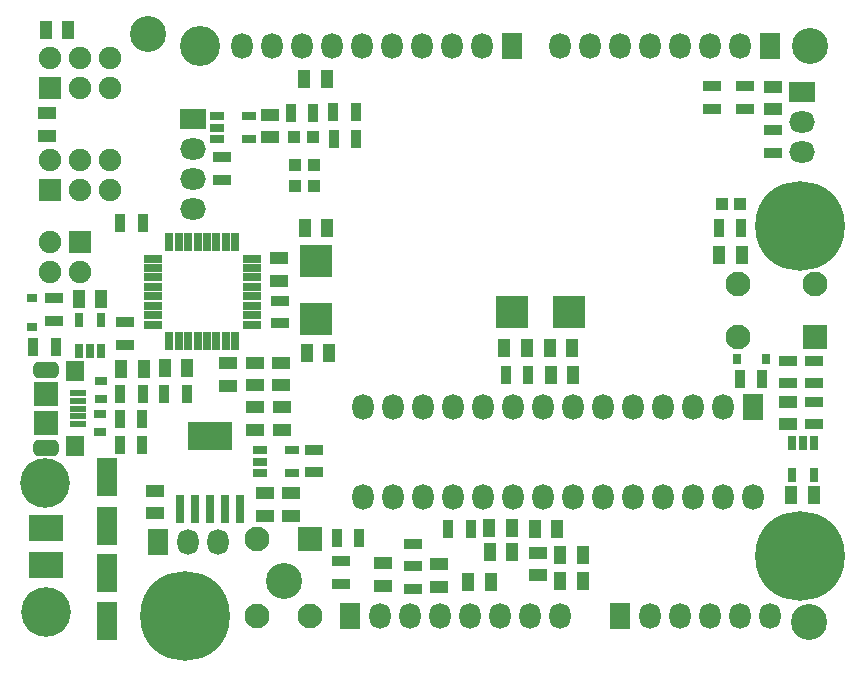
<source format=gts>
G04*
G04 #@! TF.GenerationSoftware,Altium Limited,Altium Designer,19.0.15 (446)*
G04*
G04 Layer_Color=8388736*
%FSLAX44Y44*%
%MOMM*%
G71*
G01*
G75*
%ADD35R,1.1000X1.5000*%
%ADD36R,1.0000X1.0000*%
%ADD37R,1.6000X1.8000*%
%ADD38R,2.1000X2.1000*%
%ADD39R,1.4500X0.5000*%
%ADD40R,1.8000X3.2000*%
%ADD41R,0.9000X1.5000*%
%ADD42R,0.8000X2.4000*%
%ADD43R,3.7000X2.4000*%
%ADD44R,0.8858X0.7588*%
%ADD45R,0.7588X0.8858*%
%ADD46R,0.6700X1.6200*%
%ADD47R,1.6200X0.6700*%
%ADD48R,0.7500X1.2000*%
%ADD49R,1.5000X0.9000*%
%ADD50C,3.0480*%
%ADD51R,1.5000X1.1000*%
%ADD52R,2.9000X2.2000*%
%ADD53R,1.1000X0.8000*%
%ADD54R,2.8000X2.7000*%
%ADD55R,2.7000X2.8000*%
%ADD56R,1.2000X0.7500*%
%ADD57C,3.4000*%
%ADD58R,2.2000X1.8000*%
%ADD59O,2.2000X1.8000*%
G04:AMPARAMS|DCode=60|XSize=2.2mm|YSize=1.4mm|CornerRadius=0.46mm|HoleSize=0mm|Usage=FLASHONLY|Rotation=0.000|XOffset=0mm|YOffset=0mm|HoleType=Round|Shape=RoundedRectangle|*
%AMROUNDEDRECTD60*
21,1,2.2000,0.4800,0,0,0.0*
21,1,1.2800,1.4000,0,0,0.0*
1,1,0.9200,0.6400,-0.2400*
1,1,0.9200,-0.6400,-0.2400*
1,1,0.9200,-0.6400,0.2400*
1,1,0.9200,0.6400,0.2400*
%
%ADD60ROUNDEDRECTD60*%
%ADD61R,1.8000X2.2000*%
%ADD62O,1.8000X2.2000*%
%ADD63R,1.9000X1.9000*%
%ADD64C,1.9000*%
%ADD65C,7.6000*%
%ADD66C,4.2000*%
%ADD67C,2.1000*%
%ADD68R,2.1000X2.1000*%
D35*
X398100Y54200D02*
D03*
X379100D02*
D03*
X435762Y98908D02*
D03*
X454762D02*
D03*
X40336Y521945D02*
D03*
X21336D02*
D03*
X141398Y235114D02*
D03*
X122398D02*
D03*
X259817Y353517D02*
D03*
X240817D02*
D03*
X261392Y247904D02*
D03*
X242392D02*
D03*
X457276Y55296D02*
D03*
X476276D02*
D03*
X259400Y480300D02*
D03*
X240400D02*
D03*
X448914Y229445D02*
D03*
X467914D02*
D03*
X457200Y76860D02*
D03*
X476200D02*
D03*
X610900Y331200D02*
D03*
X591900D02*
D03*
X396970Y99909D02*
D03*
X415970D02*
D03*
X397300Y79200D02*
D03*
X416300D02*
D03*
X409879Y252400D02*
D03*
X428879D02*
D03*
X467462D02*
D03*
X448462D02*
D03*
X671897Y127415D02*
D03*
X652897D02*
D03*
X68378Y294075D02*
D03*
X49378D02*
D03*
X104530Y234789D02*
D03*
X85530D02*
D03*
D36*
X247708Y431178D02*
D03*
X231708D02*
D03*
X248347Y389186D02*
D03*
X232348D02*
D03*
X232694Y407393D02*
D03*
X248694D02*
D03*
X609704Y374194D02*
D03*
X593704D02*
D03*
D37*
X46495Y169000D02*
D03*
Y233000D02*
D03*
D38*
X21995Y189000D02*
D03*
Y213000D02*
D03*
X245414Y90294D02*
D03*
D39*
X48745Y214000D02*
D03*
Y207500D02*
D03*
Y201000D02*
D03*
Y194500D02*
D03*
Y188000D02*
D03*
D40*
X73304Y61851D02*
D03*
Y20851D02*
D03*
Y142826D02*
D03*
Y101826D02*
D03*
D41*
X121805Y213201D02*
D03*
X140805D02*
D03*
X410946Y229032D02*
D03*
X429946D02*
D03*
X265167Y429537D02*
D03*
X284167D02*
D03*
X264800Y451800D02*
D03*
X283800D02*
D03*
X103559Y357876D02*
D03*
X84559D02*
D03*
X84591Y213505D02*
D03*
X103591D02*
D03*
X84099Y192227D02*
D03*
X103099D02*
D03*
X103215Y170192D02*
D03*
X84215D02*
D03*
X381356Y98933D02*
D03*
X362356D02*
D03*
X609073Y226200D02*
D03*
X628073D02*
D03*
X248131Y451136D02*
D03*
X229131D02*
D03*
X610569Y354124D02*
D03*
X591569D02*
D03*
X286815Y91175D02*
D03*
X267815D02*
D03*
X11082Y253141D02*
D03*
X30082D02*
D03*
D42*
X135030Y115942D02*
D03*
X147730D02*
D03*
X160430D02*
D03*
X173130D02*
D03*
X185830D02*
D03*
D43*
X160430Y177942D02*
D03*
D44*
X9616Y294453D02*
D03*
Y270069D02*
D03*
D45*
X631228Y243281D02*
D03*
X606844D02*
D03*
D46*
X182000Y258000D02*
D03*
X174000D02*
D03*
X166000D02*
D03*
X158000D02*
D03*
X150000D02*
D03*
X142000D02*
D03*
X134000D02*
D03*
X126000D02*
D03*
Y342000D02*
D03*
X134000D02*
D03*
X142000D02*
D03*
X150000D02*
D03*
X158000D02*
D03*
X166000D02*
D03*
X174000D02*
D03*
X182000D02*
D03*
D47*
X112000Y272000D02*
D03*
Y280000D02*
D03*
Y288000D02*
D03*
Y296000D02*
D03*
Y304000D02*
D03*
Y312000D02*
D03*
Y320000D02*
D03*
Y328000D02*
D03*
X196000D02*
D03*
Y320000D02*
D03*
Y312000D02*
D03*
Y304000D02*
D03*
Y296000D02*
D03*
Y288000D02*
D03*
Y280000D02*
D03*
Y272000D02*
D03*
D48*
X68377Y276352D02*
D03*
X49377D02*
D03*
X68377Y249352D02*
D03*
X58877D02*
D03*
X49377D02*
D03*
X672272Y171752D02*
D03*
X662772D02*
D03*
X653272D02*
D03*
X672272Y144752D02*
D03*
X653272D02*
D03*
D49*
X219634Y292304D02*
D03*
Y273304D02*
D03*
X170765Y413909D02*
D03*
Y394909D02*
D03*
X88536Y274135D02*
D03*
Y255135D02*
D03*
X613179Y455003D02*
D03*
Y474002D02*
D03*
X585295Y454808D02*
D03*
Y473808D02*
D03*
X637042Y417781D02*
D03*
Y436781D02*
D03*
X332493Y48604D02*
D03*
Y67604D02*
D03*
D03*
Y86604D02*
D03*
X271194Y71890D02*
D03*
Y52890D02*
D03*
X672008Y187885D02*
D03*
Y206885D02*
D03*
X672045Y241469D02*
D03*
Y222469D02*
D03*
X248496Y165951D02*
D03*
Y146951D02*
D03*
X28853Y275281D02*
D03*
Y294281D02*
D03*
X649958Y241570D02*
D03*
Y222570D02*
D03*
D50*
X223058Y55418D02*
D03*
X667890Y20308D02*
D03*
X668598Y508130D02*
D03*
X107800Y518496D02*
D03*
D51*
X198907Y182981D02*
D03*
Y201981D02*
D03*
X219380Y328143D02*
D03*
Y309143D02*
D03*
X198806Y220776D02*
D03*
Y239776D02*
D03*
X220929Y239726D02*
D03*
Y220726D02*
D03*
X176200Y220497D02*
D03*
Y239497D02*
D03*
X636906Y454287D02*
D03*
Y473287D02*
D03*
X207243Y129461D02*
D03*
Y110461D02*
D03*
X113755Y131372D02*
D03*
Y112373D02*
D03*
X22733Y451181D02*
D03*
Y432181D02*
D03*
X306674Y69949D02*
D03*
Y50949D02*
D03*
X354400Y69100D02*
D03*
Y50100D02*
D03*
X437896Y59994D02*
D03*
Y78994D02*
D03*
X210955Y430704D02*
D03*
Y449704D02*
D03*
X221558Y202171D02*
D03*
Y183171D02*
D03*
X229199Y129462D02*
D03*
Y110462D02*
D03*
X650138Y187909D02*
D03*
Y206909D02*
D03*
D52*
X21819Y100199D02*
D03*
Y68199D02*
D03*
D53*
X67818Y196088D02*
D03*
Y181088D02*
D03*
X68555Y209359D02*
D03*
Y224359D02*
D03*
D54*
X250114Y276541D02*
D03*
Y325541D02*
D03*
D55*
X464859Y282721D02*
D03*
X415859D02*
D03*
D56*
X166484Y448330D02*
D03*
Y438830D02*
D03*
Y429330D02*
D03*
X193484Y448330D02*
D03*
Y429330D02*
D03*
X202828Y165582D02*
D03*
Y156082D02*
D03*
Y146582D02*
D03*
X229828Y165582D02*
D03*
Y146582D02*
D03*
D57*
X152400Y508000D02*
D03*
D58*
X662000Y469000D02*
D03*
X146000Y446000D02*
D03*
D59*
X662000Y443600D02*
D03*
Y418200D02*
D03*
X146000Y369800D02*
D03*
Y395200D02*
D03*
Y420600D02*
D03*
D60*
X21995Y168000D02*
D03*
Y234000D02*
D03*
D61*
X116200Y88000D02*
D03*
X416560Y508000D02*
D03*
X635000D02*
D03*
X508000Y25400D02*
D03*
X279400D02*
D03*
X620650Y201930D02*
D03*
D62*
X141600Y88000D02*
D03*
X167000D02*
D03*
X187960Y508000D02*
D03*
X213360D02*
D03*
X238760D02*
D03*
X264160D02*
D03*
X289560D02*
D03*
X314960D02*
D03*
X340360D02*
D03*
X365760D02*
D03*
X391160D02*
D03*
X609600D02*
D03*
X584200D02*
D03*
X558800D02*
D03*
X533400D02*
D03*
X508000D02*
D03*
X482600D02*
D03*
X457200D02*
D03*
X635000Y25400D02*
D03*
X609600D02*
D03*
X584200D02*
D03*
X558800D02*
D03*
X533400D02*
D03*
X304800D02*
D03*
X330200D02*
D03*
X355600D02*
D03*
X381000D02*
D03*
X406400D02*
D03*
X431800D02*
D03*
X457200D02*
D03*
X595250Y201930D02*
D03*
X569850D02*
D03*
X544450D02*
D03*
X519050D02*
D03*
X493650D02*
D03*
X468250D02*
D03*
X442850D02*
D03*
X417450D02*
D03*
X392050D02*
D03*
X366650D02*
D03*
X341250D02*
D03*
X315850D02*
D03*
X290450D02*
D03*
X620650Y125730D02*
D03*
X595250D02*
D03*
X569850D02*
D03*
X544450D02*
D03*
X519050D02*
D03*
X493650D02*
D03*
X468250D02*
D03*
X442850D02*
D03*
X417450D02*
D03*
X392050D02*
D03*
X366650D02*
D03*
X341250D02*
D03*
X315850D02*
D03*
X290450D02*
D03*
D63*
X50800Y342000D02*
D03*
X25400Y386080D02*
D03*
Y472440D02*
D03*
D64*
Y342000D02*
D03*
X50800Y316600D02*
D03*
X25400D02*
D03*
X76200Y411480D02*
D03*
X50800D02*
D03*
X25400D02*
D03*
X76200Y386080D02*
D03*
X50800D02*
D03*
X76200Y497840D02*
D03*
X50800D02*
D03*
X25400D02*
D03*
X76200Y472440D02*
D03*
X50800D02*
D03*
D65*
X660400Y76200D02*
D03*
X139700Y25400D02*
D03*
X660400Y355600D02*
D03*
D66*
X21539Y28626D02*
D03*
X21233Y138228D02*
D03*
D67*
X200414Y90294D02*
D03*
Y25294D02*
D03*
X245414D02*
D03*
X672536Y306834D02*
D03*
X607536D02*
D03*
Y261834D02*
D03*
D68*
X672536D02*
D03*
M02*

</source>
